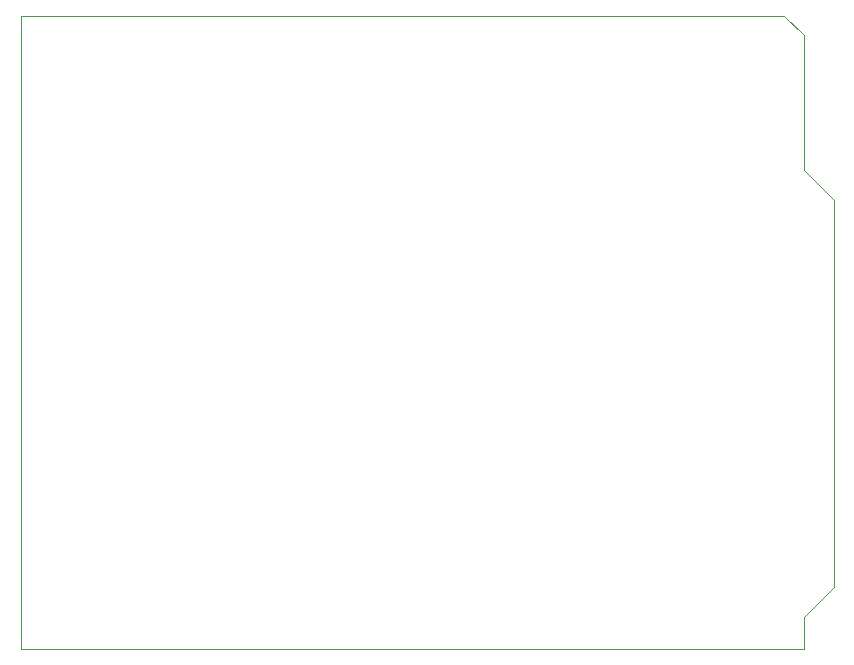
<source format=gbr>
G04 #@! TF.GenerationSoftware,KiCad,Pcbnew,(5.1.5)-3*
G04 #@! TF.CreationDate,2020-07-30T14:07:20+07:00*
G04 #@! TF.ProjectId,lora_shield,6c6f7261-5f73-4686-9965-6c642e6b6963,rev?*
G04 #@! TF.SameCoordinates,Original*
G04 #@! TF.FileFunction,Profile,NP*
%FSLAX46Y46*%
G04 Gerber Fmt 4.6, Leading zero omitted, Abs format (unit mm)*
G04 Created by KiCad (PCBNEW (5.1.5)-3) date 2020-07-30 14:07:20*
%MOMM*%
%LPD*%
G04 APERTURE LIST*
%ADD10C,0.050000*%
G04 APERTURE END LIST*
D10*
X108204000Y-62611000D02*
X108204000Y-116205000D01*
X172847000Y-62611000D02*
X108204000Y-62611000D01*
X174498000Y-64262000D02*
X172847000Y-62611000D01*
X174498000Y-75692000D02*
X174498000Y-64262000D01*
X177038000Y-78232000D02*
X174498000Y-75692000D01*
X177038000Y-110998000D02*
X177038000Y-78232000D01*
X174498000Y-113538000D02*
X177038000Y-110998000D01*
X174498000Y-116205000D02*
X174498000Y-113538000D01*
X108204000Y-116205000D02*
X174498000Y-116205000D01*
M02*

</source>
